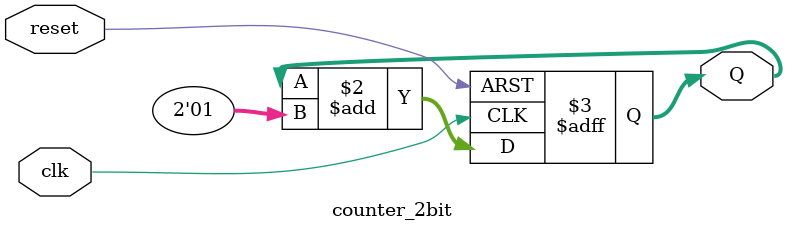
<source format=v>
module counter_2bit (
    input clk, reset,
    output reg [1:0] Q
);
always @(posedge clk or posedge reset) begin
    if (reset)
        Q <= 2'b00;
    else begin
        Q <= Q + 2'b01;
    end
end
endmodule
</source>
